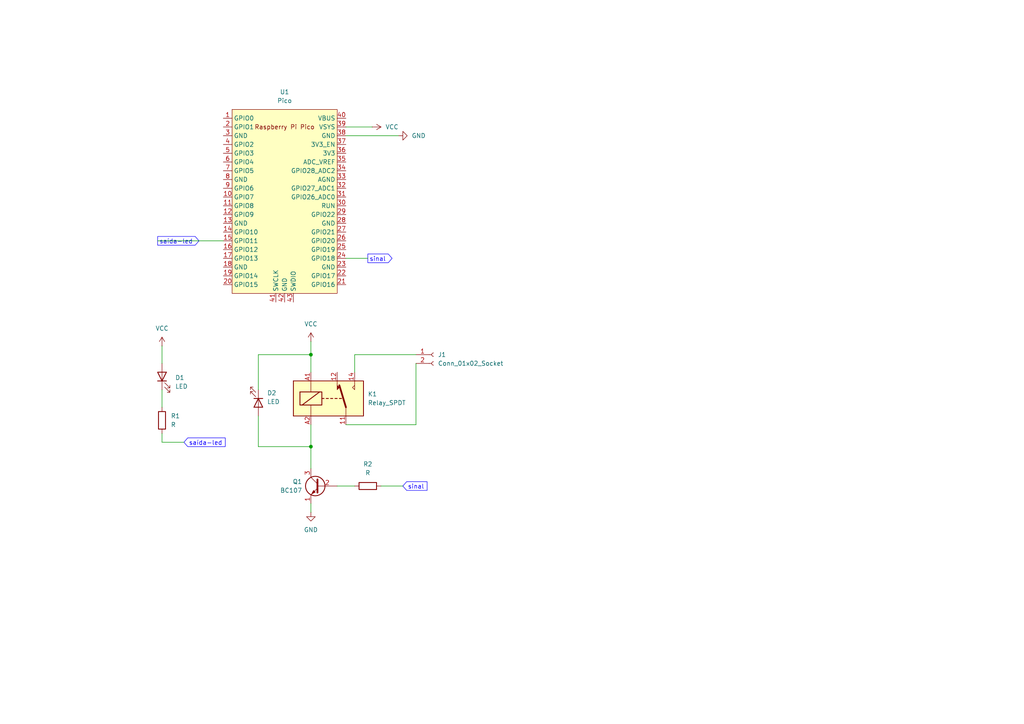
<source format=kicad_sch>
(kicad_sch (version 20231120) (generator "eeschema") (generator_version "8.0")
  (paper "A4")
  (lib_symbols
    (symbol "Connector:Conn_01x02_Socket" (pin_names (offset 1.016) hide)
      (property "Reference" "J" (at 0 2.54 0))
      (property "Value" "Conn_01x02_Socket" (at 0 -5.08 0))
      (symbol "Conn_01x02_Socket_1_1"
        (arc (start 0 -2.032) (mid -0.5058 -2.54) (end 0 -3.048) (stroke (width 0.1524)))
        (polyline (pts (xy -1.27 -2.54) (xy -0.508 -2.54)) (stroke (width 0.1524)))
        (polyline (pts (xy -1.27 0) (xy -0.508 0)) (stroke (width 0.1524)))
        (arc (start 0 0.508) (mid -0.5058 0) (end 0 -0.508) (stroke (width 0.1524)))
        (pin passive line (at -5.08 0 0) (length 3.81) (name "Pin_1") (number "1"))
        (pin passive line (at -5.08 -2.54 0) (length 3.81) (name "Pin_2") (number "2"))
      )
    )
    (symbol "Device:LED" (pin_numbers hide) (pin_names (offset 1.016) hide)
      (property "Reference" "D" (at 0 2.54 0))
      (property "Value" "LED" (at 0 -2.54 0))
      (symbol "LED_0_1"
        (polyline (pts (xy -1.27 -1.27) (xy -1.27 1.27)) (stroke (width 0.254)))
        (polyline (pts (xy -1.27 0) (xy 1.27 0)))
        (polyline (pts (xy 1.27 -1.27) (xy 1.27 1.27) (xy -1.27 0) (xy 1.27 -1.27)) (stroke (width 0.254)))
        (polyline (pts (xy -3.048 -0.762) (xy -4.572 -2.286) (xy -3.81 -2.286) (xy -4.572 -2.286) (xy -4.572 -1.524)))
        (polyline (pts (xy -1.778 -0.762) (xy -3.302 -2.286) (xy -2.54 -2.286) (xy -3.302 -2.286) (xy -3.302 -1.524)))
      )
      (symbol "LED_1_1"
        (pin passive line (at -3.81 0 0) (length 2.54) (name "K") (number "1"))
        (pin passive line (at 3.81 0 180) (length 2.54) (name "A") (number "2"))
      )
    )
    (symbol "Device:R" (pin_numbers hide) (pin_names (offset 0))
      (property "Reference" "R" (at 2.032 0 90))
      (property "Value" "R" (at 0 0 90))
      (symbol "R_0_1"
        (rectangle (start -1.016 -2.54) (end 1.016 2.54) (stroke (width 0.254)))
      )
      (symbol "R_1_1"
        (pin passive line (at 0 3.81 270) (length 1.27) (name "~") (number "1"))
        (pin passive line (at 0 -3.81 90) (length 1.27) (name "~") (number "2"))
      )
    )
    (symbol "MCU_RaspberryPi_and_Boards:Pico"
      (property "Reference" "U" (at -13.97 27.94 0))
      (property "Value" "Pico" (at 0 19.05 0))
      (symbol "Pico_0_0"
        (text "Raspberry Pi Pico" (at 0 21.59 0) (effects (font (size 1.27 1.27))))
      )
      (symbol "Pico_0_1"
        (rectangle (start -15.24 26.67) (end 15.24 -26.67) (fill (type background)))
      )
      (symbol "Pico_1_1"
        (pin bidirectional line (at -17.78 24.13 0) (length 2.54) (name "GPIO0") (number "1"))
        (pin bidirectional line (at -17.78 1.27 0) (length 2.54) (name "GPIO7") (number "10"))
        (pin bidirectional line (at -17.78 -1.27 0) (length 2.54) (name "GPIO8") (number "11"))
        (pin bidirectional line (at -17.78 -3.81 0) (length 2.54) (name "GPIO9") (number "12"))
        (pin power_in line (at -17.78 -6.35 0) (length 2.54) (name "GND") (number "13"))
        (pin bidirectional line (at -17.78 -8.89 0) (length 2.54) (name "GPIO10") (number "14"))
        (pin bidirectional line (at -17.78 -11.43 0) (length 2.54) (name "GPIO11") (number "15"))
        (pin bidirectional line (at -17.78 -13.97 0) (length 2.54) (name "GPIO12") (number "16"))
        (pin bidirectional line (at -17.78 -16.51 0) (length 2.54) (name "GPIO13") (number "17"))
        (pin power_in line (at -17.78 -19.05 0) (length 2.54) (name "GND") (number "18"))
        (pin bidirectional line (at -17.78 -21.59 0) (length 2.54) (name "GPIO14") (number "19"))
        (pin bidirectional line (at -17.78 21.59 0) (length 2.54) (name "GPIO1") (number "2"))
        (pin bidirectional line (at -17.78 -24.13 0) (length 2.54) (name "GPIO15") (number "20"))
        (pin bidirectional line (at 17.78 -24.13 180) (length 2.54) (name "GPIO16") (number "21"))
        (pin bidirectional line (at 17.78 -21.59 180) (length 2.54) (name "GPIO17") (number "22"))
        (pin power_in line (at 17.78 -19.05 180) (length 2.54) (name "GND") (number "23"))
        (pin bidirectional line (at 17.78 -16.51 180) (length 2.54) (name "GPIO18") (number "24"))
        (pin bidirectional line (at 17.78 -13.97 180) (length 2.54) (name "GPIO19") (number "25"))
        (pin bidirectional line (at 17.78 -11.43 180) (length 2.54) (name "GPIO20") (number "26"))
        (pin bidirectional line (at 17.78 -8.89 180) (length 2.54) (name "GPIO21") (number "27"))
        (pin power_in line (at 17.78 -6.35 180) (length 2.54) (name "GND") (number "28"))
        (pin bidirectional line (at 17.78 -3.81 180) (length 2.54) (name "GPIO22") (number "29"))
        (pin power_in line (at -17.78 19.05 0) (length 2.54) (name "GND") (number "3"))
        (pin input line (at 17.78 -1.27 180) (length 2.54) (name "RUN") (number "30"))
        (pin bidirectional line (at 17.78 1.27 180) (length 2.54) (name "GPIO26_ADC0") (number "31"))
        (pin bidirectional line (at 17.78 3.81 180) (length 2.54) (name "GPIO27_ADC1") (number "32"))
        (pin power_in line (at 17.78 6.35 180) (length 2.54) (name "AGND") (number "33"))
        (pin bidirectional line (at 17.78 8.89 180) (length 2.54) (name "GPIO28_ADC2") (number "34"))
        (pin power_in line (at 17.78 11.43 180) (length 2.54) (name "ADC_VREF") (number "35"))
        (pin power_in line (at 17.78 13.97 180) (length 2.54) (name "3V3") (number "36"))
        (pin input line (at 17.78 16.51 180) (length 2.54) (name "3V3_EN") (number "37"))
        (pin bidirectional line (at 17.78 19.05 180) (length 2.54) (name "GND") (number "38"))
        (pin power_in line (at 17.78 21.59 180) (length 2.54) (name "VSYS") (number "39"))
        (pin bidirectional line (at -17.78 16.51 0) (length 2.54) (name "GPIO2") (number "4"))
        (pin power_in line (at 17.78 24.13 180) (length 2.54) (name "VBUS") (number "40"))
        (pin input line (at -2.54 -29.21 90) (length 2.54) (name "SWCLK") (number "41"))
        (pin power_in line (at 0 -29.21 90) (length 2.54) (name "GND") (number "42"))
        (pin bidirectional line (at 2.54 -29.21 90) (length 2.54) (name "SWDIO") (number "43"))
        (pin bidirectional line (at -17.78 13.97 0) (length 2.54) (name "GPIO3") (number "5"))
        (pin bidirectional line (at -17.78 11.43 0) (length 2.54) (name "GPIO4") (number "6"))
        (pin bidirectional line (at -17.78 8.89 0) (length 2.54) (name "GPIO5") (number "7"))
        (pin power_in line (at -17.78 6.35 0) (length 2.54) (name "GND") (number "8"))
        (pin bidirectional line (at -17.78 3.81 0) (length 2.54) (name "GPIO6") (number "9"))
      )
    )
    (symbol "Relay:Relay_SPDT"
      (property "Reference" "K" (at 11.43 3.81 0))
      (property "Value" "Relay_SPDT" (at 11.43 1.27 0))
      (symbol "Relay_SPDT_0_0"
        (polyline (pts (xy 7.62 5.08) (xy 7.62 2.54) (xy 6.985 3.175) (xy 7.62 3.81)))
      )
      (symbol "Relay_SPDT_0_1"
        (rectangle (start -10.16 5.08) (end 10.16 -5.08) (stroke (width 0.254)) (fill (type background)))
        (rectangle (start -8.255 1.905) (end -1.905 -1.905) (stroke (width 0.254)))
        (polyline (pts (xy -7.62 -1.905) (xy -2.54 1.905)) (stroke (width 0.254)))
        (polyline (pts (xy -5.08 -5.08) (xy -5.08 -1.905)))
        (polyline (pts (xy -5.08 5.08) (xy -5.08 1.905)))
        (polyline (pts (xy -1.905 0) (xy -1.27 0)) (stroke (width 0.254)))
        (polyline (pts (xy -0.635 0) (xy 0 0)) (stroke (width 0.254)))
        (polyline (pts (xy 0.635 0) (xy 1.27 0)) (stroke (width 0.254)))
        (polyline (pts (xy 1.905 0) (xy 2.54 0)) (stroke (width 0.254)))
        (polyline (pts (xy 3.175 0) (xy 3.81 0)) (stroke (width 0.254)))
        (polyline (pts (xy 5.08 -2.54) (xy 3.175 3.81)) (stroke (width 0.508)))
        (polyline (pts (xy 5.08 -2.54) (xy 5.08 -5.08)))
        (polyline (pts (xy 2.54 5.08) (xy 2.54 2.54) (xy 3.175 3.175) (xy 2.54 3.81)) (fill (type outline)))
      )
      (symbol "Relay_SPDT_1_1"
        (pin passive line (at 5.08 -7.62 90) (length 2.54) (name "~") (number "11"))
        (pin passive line (at 2.54 7.62 270) (length 2.54) (name "~") (number "12"))
        (pin passive line (at 7.62 7.62 270) (length 2.54) (name "~") (number "14"))
        (pin passive line (at -5.08 7.62 270) (length 2.54) (name "~") (number "A1"))
        (pin passive line (at -5.08 -7.62 90) (length 2.54) (name "~") (number "A2"))
      )
    )
    (symbol "Transistor_BJT:BC107" (pin_names (offset 0) hide)
      (property "Reference" "Q" (at 5.08 1.905 0))
      (property "Value" "BC107" (at 5.08 0 0))
      (symbol "BC107_0_1"
        (polyline (pts (xy 0.635 0.635) (xy 2.54 2.54)))
        (polyline (pts (xy 0.635 -0.635) (xy 2.54 -2.54) (xy 2.54 -2.54)))
        (polyline (pts (xy 0.635 1.905) (xy 0.635 -1.905) (xy 0.635 -1.905)) (stroke (width 0.508)))
        (polyline (pts (xy 1.27 -1.778) (xy 1.778 -1.27) (xy 2.286 -2.286) (xy 1.27 -1.778) (xy 1.27 -1.778)) (fill (type outline)))
        (circle (center 1.27 0) (radius 2.8194) (stroke (width 0.254)))
      )
      (symbol "BC107_1_1"
        (pin passive line (at 2.54 -5.08 90) (length 2.54) (name "E") (number "1"))
        (pin input line (at -5.08 0 0) (length 5.715) (name "B") (number "2"))
        (pin passive line (at 2.54 5.08 270) (length 2.54) (name "C") (number "3"))
      )
    )
    (symbol "power:GND" (power) (pin_numbers hide) (pin_names (offset 0) hide)
      (property "Value" "GND" (at 0 -3.81 0))
      (symbol "GND_0_1"
        (polyline (pts (xy 0 0) (xy 0 -1.27) (xy 1.27 -1.27) (xy 0 -2.54) (xy -1.27 -1.27) (xy 0 -1.27)))
      )
      (symbol "GND_1_1"
        (pin power_in line (at 0 0 270) (length 0) (name "~") (number "1"))
      )
    )
    (symbol "power:VCC" (power) (pin_numbers hide) (pin_names (offset 0) hide)
      (property "Value" "VCC" (at 0 3.556 0))
      (symbol "VCC_0_1"
        (polyline (pts (xy -0.762 1.27) (xy 0 2.54)))
        (polyline (pts (xy 0 0) (xy 0 2.54)))
        (polyline (pts (xy 0 2.54) (xy 0.762 1.27)))
      )
      (symbol "VCC_1_1"
        (pin power_in line (at 0 0 90) (length 0) (name "~") (number "1"))
      )
    )
  )
  (junction (at 90.17 129.54))
  (junction (at 90.17 102.87))
  (wire (pts (xy 90.17 123.19) (xy 90.17 129.54)))
  (wire (pts (xy 46.99 128.27) (xy 53.34 128.27)))
  (wire (pts (xy 100.33 36.83) (xy 107.95 36.83)))
  (wire (pts (xy 100.33 39.37) (xy 115.57 39.37)))
  (wire (pts (xy 110.49 140.97) (xy 116.84 140.97)))
  (wire (pts (xy 74.93 113.03) (xy 74.93 102.87)))
  (wire (pts (xy 90.17 146.05) (xy 90.17 148.59)))
  (wire (pts (xy 97.79 140.97) (xy 102.87 140.97)))
  (wire (pts (xy 46.99 100.33) (xy 46.99 105.41)))
  (wire (pts (xy 90.17 99.06) (xy 90.17 102.87)))
  (wire (pts (xy 74.93 129.54) (xy 90.17 129.54)))
  (wire (pts (xy 102.87 102.87) (xy 120.65 102.87)))
  (wire (pts (xy 120.65 105.41) (xy 120.65 123.19)))
  (wire (pts (xy 120.65 123.19) (xy 100.33 123.19)))
  (wire (pts (xy 46.99 113.03) (xy 46.99 118.11)))
  (wire (pts (xy 90.17 102.87) (xy 90.17 107.95)))
  (wire (pts (xy 74.93 102.87) (xy 90.17 102.87)))
  (wire (pts (xy 100.33 74.93) (xy 106.68 74.93)))
  (wire (pts (xy 90.17 129.54) (xy 90.17 135.89)))
  (wire (pts (xy 102.87 107.95) (xy 102.87 102.87)))
  (wire (pts (xy 46.99 125.73) (xy 46.99 128.27)))
  (wire (pts (xy 74.93 120.65) (xy 74.93 129.54)))
  (wire (pts (xy 45.72 69.85) (xy 64.77 69.85)))
  (global_label "sinal" (shape input) (at 116.84 140.97 0) (property "Intersheetrefs" "${INTERSHEET_REFS}" (effects (hide yes))))
  (global_label "saída-led" (shape output) (at 45.72 69.85 0) (property "Intersheetrefs" "${INTERSHEET_REFS}" (effects (hide yes))))
  (global_label "sinal" (shape output) (at 106.68 74.93 0) (property "Intersheetrefs" "${INTERSHEET_REFS}" (effects (hide yes))))
  (global_label "saída-led" (shape input) (at 53.34 128.27 0) (property "Intersheetrefs" "${INTERSHEET_REFS}" (effects (hide yes))))
  (symbol (lib_id "power:GND") (at 115.57 39.37 90) (unit 1)
    (property "Reference" "#PWR02" (effects (hide yes)))
    (property "Value" "GND" (at 119.38 39.3699 90) (effects (justify right)))
    (property "Description" "Power symbol creates a global label with name \"GND\" , ground" (effects (hide yes)))
  )
  (symbol (lib_id "power:VCC") (at 46.99 100.33 0) (unit 1)
    (property "Reference" "#PWR03" (effects (hide yes)))
    (property "Value" "VCC" (at 46.99 95.25 0))
    (property "Description" "Power symbol creates a global label with name \"VCC\"" (effects (hide yes)))
  )
  (symbol (lib_id "power:GND") (at 90.17 148.59 0) (unit 1)
    (property "Reference" "#PWR05" (effects (hide yes)))
    (property "Value" "GND" (at 90.17 153.67 0))
    (property "Description" "Power symbol creates a global label with name \"GND\" , ground" (effects (hide yes)))
  )
  (symbol (lib_id "Relay:Relay_SPDT") (at 95.25 115.57 0) (unit 1)
    (property "Reference" "K1" (at 106.68 114.2999 0) (effects (justify left)))
    (property "Value" "Relay_SPDT" (at 106.68 116.8399 0) (effects (justify left)))
    (property "Footprint" "Relay_THT:Relay_SPDT_Schrack-RP-II-1-FormC_RM3.5mm" (effects (hide yes)))
    (property "Description" "Monostable Relay SPDT, EN50005" (effects (hide yes)))
  )
  (symbol (lib_id "power:VCC") (at 107.95 36.83 270) (unit 1)
    (property "Reference" "#PWR01" (effects (hide yes)))
    (property "Value" "VCC" (at 111.76 36.8299 90) (effects (justify left)))
    (property "Description" "Power symbol creates a global label with name \"VCC\"" (effects (hide yes)))
  )
  (symbol (lib_id "MCU_RaspberryPi_and_Boards:Pico") (at 82.55 58.42 0) (unit 1)
    (property "Reference" "U1" (at 82.55 26.67 0))
    (property "Value" "Pico" (at 82.55 29.21 0))
    (property "Footprint" "MCU_RaspberryPi_and_Boards:RPi_Pico_SMD_TH" (effects (hide yes)))
  )
  (symbol (lib_id "Connector:Conn_01x02_Socket") (at 125.73 102.87 0) (unit 1)
    (property "Reference" "J1" (at 127 102.8699 0) (effects (justify left)))
    (property "Value" "Conn_01x02_Socket" (at 127 105.4099 0) (effects (justify left)))
    (property "Footprint" "Connector_JST:JST_EH_B2B-EH-A_1x02_P2.50mm_Vertical" (effects (hide yes)))
    (property "Description" "Generic connector, single row, 01x02, script generated" (effects (hide yes)))
  )
  (symbol (lib_id "Device:R") (at 46.99 121.92 0) (unit 1)
    (property "Reference" "R1" (at 49.53 120.6499 0) (effects (justify left)))
    (property "Value" "R" (at 49.53 123.1899 0) (effects (justify left)))
    (property "Footprint" "Resistor_SMD:R_0603_1608Metric" (effects (hide yes)))
    (property "Description" "Resistor" (effects (hide yes)))
  )
  (symbol (lib_id "Device:LED") (at 74.93 116.84 270) (unit 1)
    (property "Reference" "D2" (at 77.47 113.9824 90) (effects (justify left)))
    (property "Value" "LED" (at 77.47 116.5224 90) (effects (justify left)))
    (property "Footprint" "LED_SMD:LED_0603_1608Metric_Pad1.05x0.95mm_HandSolder" (effects (hide yes)))
    (property "Description" "Light emitting diode" (effects (hide yes)))
  )
  (symbol (lib_id "Device:R") (at 106.68 140.97 90) (unit 1)
    (property "Reference" "R2" (at 106.68 134.62 90))
    (property "Value" "R" (at 106.68 137.16 90))
    (property "Footprint" "Resistor_SMD:R_0603_1608Metric" (effects (hide yes)))
    (property "Description" "Resistor" (effects (hide yes)))
  )
  (symbol (lib_id "Transistor_BJT:BC107") (at 92.71 140.97 0) (mirror y) (unit 1)
    (property "Reference" "Q1" (at 87.63 139.6999 0) (effects (justify left)))
    (property "Value" "BC107" (at 87.63 142.2399 0) (effects (justify left)))
    (property "Footprint" "Package_TO_SOT_THT:TO-18-3" (effects (hide yes)))
    (property "Datasheet" "http://www.b-kainka.de/Daten/Transistor/BC108.pdf" (effects (hide yes)))
    (property "Description" "0.1A Ic, 50V Vce, Low Noise General Purpose NPN Transistor, TO-18" (effects (hide yes)))
  )
  (symbol (lib_id "Device:LED") (at 46.99 109.22 90) (unit 1)
    (property "Reference" "D1" (at 50.8 109.5374 90) (effects (justify right)))
    (property "Value" "LED" (at 50.8 112.0774 90) (effects (justify right)))
    (property "Footprint" "LED_SMD:LED_0603_1608Metric_Pad1.05x0.95mm_HandSolder" (effects (hide yes)))
    (property "Description" "Light emitting diode" (effects (hide yes)))
  )
  (symbol (lib_id "power:VCC") (at 90.17 99.06 0) (unit 1)
    (property "Reference" "#PWR04" (effects (hide yes)))
    (property "Value" "VCC" (at 90.17 93.98 0))
    (property "Description" "Power symbol creates a global label with name \"VCC\"" (effects (hide yes)))
  )
)
</source>
